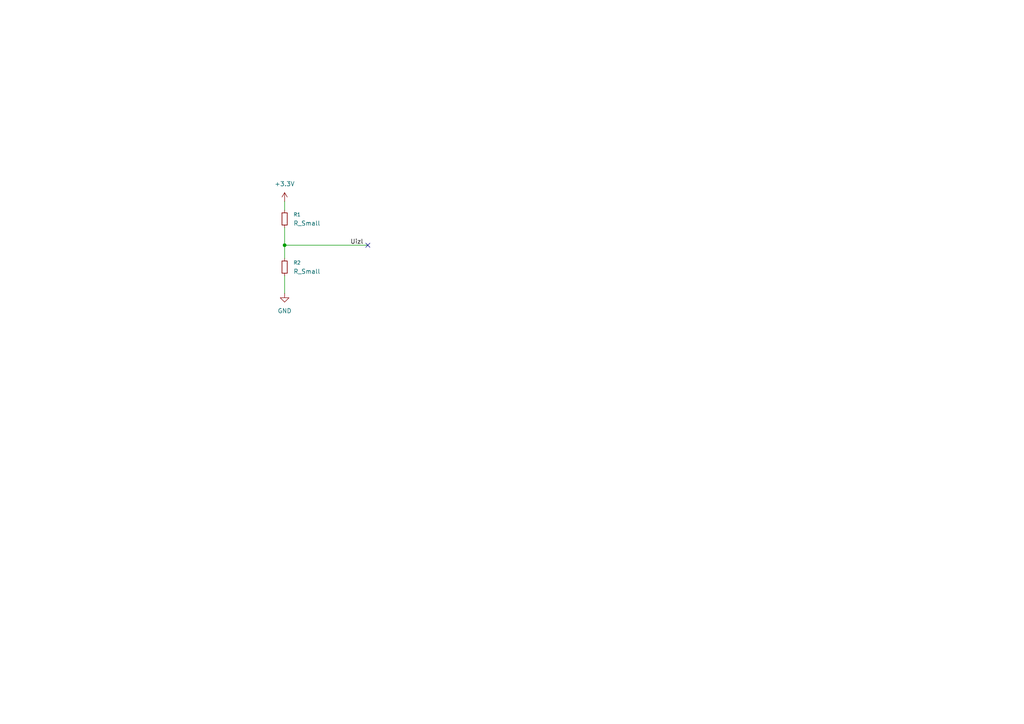
<source format=kicad_sch>
(kicad_sch (version 20250114) (generator "eeschema") (generator_version "9.0")
  (paper "A4")
  (title_block (title "BCD brojač") (date "2025-10-21") (rev "0") (company "TVZ- tehničko veleučilište zagreb") (comment 1 "izradio:Jakov Ožbolt"))
  (lib_symbols
    (symbol "Device:R_Small" (pin_numbers (hide yes)) (pin_names (offset 0.254) (hide yes))
      (property "Reference" "R" (at 0 0 90))
      (property "Value" "R_Small" (at 1.778 0 90))
      (symbol "R_Small_0_1"
        (rectangle (start -0.762 1.778) (end 0.762 -1.778) (stroke (width 0.2032)))
      )
      (symbol "R_Small_1_1"
        (pin passive line (at 0 2.54 270) (length 0.762) (name "~") (number "1"))
        (pin passive line (at 0 -2.54 90) (length 0.762) (name "~") (number "2"))
      )
    )
    (symbol "power:+3.3V" (power) (pin_numbers (hide yes)) (pin_names (offset 0) (hide yes))
      (property "Value" "+3.3V" (at 0 3.556 0))
      (symbol "+3.3V_0_1"
        (polyline (pts (xy -0.762 1.27) (xy 0 2.54)))
        (polyline (pts (xy 0 2.54) (xy 0.762 1.27)))
        (polyline (pts (xy 0 0) (xy 0 2.54)))
      )
      (symbol "+3.3V_1_1"
        (pin power_in line (at 0 0 90) (length 0) (name "~") (number "1"))
      )
    )
    (symbol "power:GND" (power) (pin_numbers (hide yes)) (pin_names (offset 0) (hide yes))
      (property "Value" "GND" (at 0 -3.81 0))
      (symbol "GND_0_1"
        (polyline (pts (xy 0 0) (xy 0 -1.27) (xy 1.27 -1.27) (xy 0 -2.54) (xy -1.27 -1.27) (xy 0 -1.27)))
      )
      (symbol "GND_1_1"
        (pin power_in line (at 0 0 270) (length 0) (name "~") (number "1"))
      )
    )
  )
  (junction (at 82.55 71.12))
  (no_connect (at 106.68 71.12))
  (wire (pts (xy 82.55 71.12) (xy 82.55 74.93)))
  (wire (pts (xy 82.55 71.12) (xy 106.68 71.12)))
  (wire (pts (xy 82.55 58.42) (xy 82.55 60.96)))
  (wire (pts (xy 82.55 66.04) (xy 82.55 71.12)))
  (wire (pts (xy 82.55 80.01) (xy 82.55 85.09)))
  (label "Uizl" (at 101.6 71.12 0))
  (symbol (lib_id "power:+3.3V") (at 82.55 58.42 0) (unit 1)
    (property "Reference" "#PWR01" (effects (hide yes)))
    (property "Value" "+3.3V" (at 82.55 53.34 0))
    (property "Description" "Power symbol creates a global label with name \"+3.3V\"" (effects (hide yes)))
  )
  (symbol (lib_id "Device:R_Small") (at 82.55 63.5 0) (unit 1)
    (property "Reference" "R1" (at 85.09 62.2299 0) (effects (font (size 1.016 1.016)) (justify left)))
    (property "Value" "R_Small" (at 85.09 64.7699 0) (effects (justify left)))
    (property "Description" "Resistor, small symbol" (effects (hide yes)))
  )
  (symbol (lib_id "power:GND") (at 82.55 85.09 0) (unit 1)
    (property "Reference" "#PWR02" (effects (hide yes)))
    (property "Value" "GND" (at 82.55 90.17 0))
    (property "Description" "Power symbol creates a global label with name \"GND\" , ground" (effects (hide yes)))
  )
  (symbol (lib_id "Device:R_Small") (at 82.55 77.47 0) (unit 1)
    (property "Reference" "R2" (at 85.09 76.1999 0) (effects (font (size 1.016 1.016)) (justify left)))
    (property "Value" "R_Small" (at 85.09 78.7399 0) (effects (justify left)))
    (property "Description" "Resistor, small symbol" (effects (hide yes)))
  )
)
</source>
